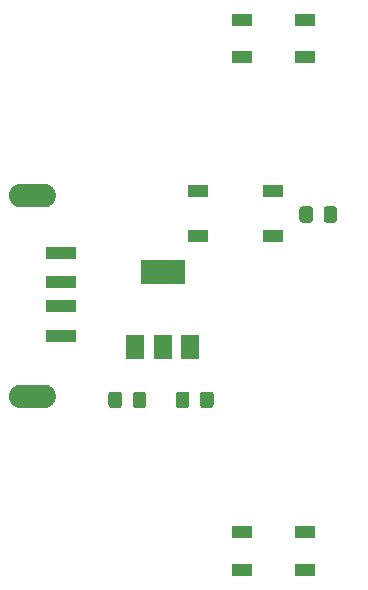
<source format=gbr>
G04 #@! TF.GenerationSoftware,KiCad,Pcbnew,5.1.9-73d0e3b20d~88~ubuntu20.10.1*
G04 #@! TF.CreationDate,2021-03-27T00:21:14+01:00*
G04 #@! TF.ProjectId,esp8266_01,65737038-3236-4365-9f30-312e6b696361,rev?*
G04 #@! TF.SameCoordinates,Original*
G04 #@! TF.FileFunction,Paste,Top*
G04 #@! TF.FilePolarity,Positive*
%FSLAX46Y46*%
G04 Gerber Fmt 4.6, Leading zero omitted, Abs format (unit mm)*
G04 Created by KiCad (PCBNEW 5.1.9-73d0e3b20d~88~ubuntu20.10.1) date 2021-03-27 00:21:14*
%MOMM*%
%LPD*%
G01*
G04 APERTURE LIST*
%ADD10R,1.700000X1.000000*%
%ADD11R,1.500000X2.000000*%
%ADD12R,3.800000X2.000000*%
%ADD13R,2.500000X1.100000*%
G04 APERTURE END LIST*
G36*
G01*
X189400000Y-61500000D02*
X189400000Y-61500000D01*
G75*
G02*
X190400000Y-60500000I1000000J0D01*
G01*
X192400000Y-60500000D01*
G75*
G02*
X193400000Y-61500000I0J-1000000D01*
G01*
X193400000Y-61500000D01*
G75*
G02*
X192400000Y-62500000I-1000000J0D01*
G01*
X190400000Y-62500000D01*
G75*
G02*
X189400000Y-61500000I0J1000000D01*
G01*
G37*
G36*
G01*
X189400000Y-78500000D02*
X189400000Y-78500000D01*
G75*
G02*
X190400000Y-77500000I1000000J0D01*
G01*
X192400000Y-77500000D01*
G75*
G02*
X193400000Y-78500000I0J-1000000D01*
G01*
X193400000Y-78500000D01*
G75*
G02*
X192400000Y-79500000I-1000000J0D01*
G01*
X190400000Y-79500000D01*
G75*
G02*
X189400000Y-78500000I0J1000000D01*
G01*
G37*
D10*
X214450000Y-49800000D03*
X214450000Y-46600000D03*
X209150000Y-49800000D03*
X209150000Y-46600000D03*
X214450000Y-93200000D03*
X214450000Y-90000000D03*
X209150000Y-93200000D03*
X209150000Y-90000000D03*
X211750000Y-64900000D03*
X205450000Y-64900000D03*
X211750000Y-61100000D03*
X205450000Y-61100000D03*
D11*
X200120000Y-74290000D03*
X204720000Y-74290000D03*
X202420000Y-74290000D03*
D12*
X202420000Y-67990000D03*
G36*
G01*
X216050000Y-63550001D02*
X216050000Y-62649999D01*
G75*
G02*
X216299999Y-62400000I249999J0D01*
G01*
X216950001Y-62400000D01*
G75*
G02*
X217200000Y-62649999I0J-249999D01*
G01*
X217200000Y-63550001D01*
G75*
G02*
X216950001Y-63800000I-249999J0D01*
G01*
X216299999Y-63800000D01*
G75*
G02*
X216050000Y-63550001I0J249999D01*
G01*
G37*
G36*
G01*
X214000000Y-63550001D02*
X214000000Y-62649999D01*
G75*
G02*
X214249999Y-62400000I249999J0D01*
G01*
X214900001Y-62400000D01*
G75*
G02*
X215150000Y-62649999I0J-249999D01*
G01*
X215150000Y-63550001D01*
G75*
G02*
X214900001Y-63800000I-249999J0D01*
G01*
X214249999Y-63800000D01*
G75*
G02*
X214000000Y-63550001I0J249999D01*
G01*
G37*
D13*
X193800000Y-66350000D03*
X193800000Y-73350000D03*
X193800000Y-68850000D03*
X193800000Y-70850000D03*
G36*
G01*
X198990000Y-78339999D02*
X198990000Y-79240001D01*
G75*
G02*
X198740001Y-79490000I-249999J0D01*
G01*
X198089999Y-79490000D01*
G75*
G02*
X197840000Y-79240001I0J249999D01*
G01*
X197840000Y-78339999D01*
G75*
G02*
X198089999Y-78090000I249999J0D01*
G01*
X198740001Y-78090000D01*
G75*
G02*
X198990000Y-78339999I0J-249999D01*
G01*
G37*
G36*
G01*
X201040000Y-78339999D02*
X201040000Y-79240001D01*
G75*
G02*
X200790001Y-79490000I-249999J0D01*
G01*
X200139999Y-79490000D01*
G75*
G02*
X199890000Y-79240001I0J249999D01*
G01*
X199890000Y-78339999D01*
G75*
G02*
X200139999Y-78090000I249999J0D01*
G01*
X200790001Y-78090000D01*
G75*
G02*
X201040000Y-78339999I0J-249999D01*
G01*
G37*
G36*
G01*
X204690000Y-78339999D02*
X204690000Y-79240001D01*
G75*
G02*
X204440001Y-79490000I-249999J0D01*
G01*
X203789999Y-79490000D01*
G75*
G02*
X203540000Y-79240001I0J249999D01*
G01*
X203540000Y-78339999D01*
G75*
G02*
X203789999Y-78090000I249999J0D01*
G01*
X204440001Y-78090000D01*
G75*
G02*
X204690000Y-78339999I0J-249999D01*
G01*
G37*
G36*
G01*
X206740000Y-78339999D02*
X206740000Y-79240001D01*
G75*
G02*
X206490001Y-79490000I-249999J0D01*
G01*
X205839999Y-79490000D01*
G75*
G02*
X205590000Y-79240001I0J249999D01*
G01*
X205590000Y-78339999D01*
G75*
G02*
X205839999Y-78090000I249999J0D01*
G01*
X206490001Y-78090000D01*
G75*
G02*
X206740000Y-78339999I0J-249999D01*
G01*
G37*
M02*

</source>
